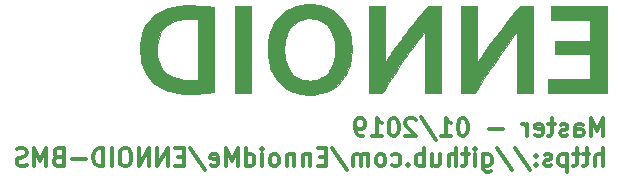
<source format=gbr>
G04 #@! TF.GenerationSoftware,KiCad,Pcbnew,5.1.0-rc2-unknown-d2d2101~82~ubuntu18.10.1*
G04 #@! TF.CreationDate,2019-03-14T10:39:23-04:00*
G04 #@! TF.ProjectId,BMS-Master,424d532d-4d61-4737-9465-722e6b696361,V0.2*
G04 #@! TF.SameCoordinates,Original*
G04 #@! TF.FileFunction,Legend,Bot*
G04 #@! TF.FilePolarity,Positive*
%FSLAX46Y46*%
G04 Gerber Fmt 4.6, Leading zero omitted, Abs format (unit mm)*
G04 Created by KiCad (PCBNEW 5.1.0-rc2-unknown-d2d2101~82~ubuntu18.10.1) date 2019-03-14 10:39:23*
%MOMM*%
%LPD*%
G04 APERTURE LIST*
%ADD10C,0.300000*%
%ADD11C,0.010000*%
G04 APERTURE END LIST*
D10*
X79347857Y-50003571D02*
X79347857Y-48503571D01*
X78847857Y-49575000D01*
X78347857Y-48503571D01*
X78347857Y-50003571D01*
X76990714Y-50003571D02*
X76990714Y-49217857D01*
X77062142Y-49075000D01*
X77205000Y-49003571D01*
X77490714Y-49003571D01*
X77633571Y-49075000D01*
X76990714Y-49932142D02*
X77133571Y-50003571D01*
X77490714Y-50003571D01*
X77633571Y-49932142D01*
X77705000Y-49789285D01*
X77705000Y-49646428D01*
X77633571Y-49503571D01*
X77490714Y-49432142D01*
X77133571Y-49432142D01*
X76990714Y-49360714D01*
X76347857Y-49932142D02*
X76205000Y-50003571D01*
X75919285Y-50003571D01*
X75776428Y-49932142D01*
X75705000Y-49789285D01*
X75705000Y-49717857D01*
X75776428Y-49575000D01*
X75919285Y-49503571D01*
X76133571Y-49503571D01*
X76276428Y-49432142D01*
X76347857Y-49289285D01*
X76347857Y-49217857D01*
X76276428Y-49075000D01*
X76133571Y-49003571D01*
X75919285Y-49003571D01*
X75776428Y-49075000D01*
X75276428Y-49003571D02*
X74705000Y-49003571D01*
X75062142Y-48503571D02*
X75062142Y-49789285D01*
X74990714Y-49932142D01*
X74847857Y-50003571D01*
X74705000Y-50003571D01*
X73633571Y-49932142D02*
X73776428Y-50003571D01*
X74062142Y-50003571D01*
X74205000Y-49932142D01*
X74276428Y-49789285D01*
X74276428Y-49217857D01*
X74205000Y-49075000D01*
X74062142Y-49003571D01*
X73776428Y-49003571D01*
X73633571Y-49075000D01*
X73562142Y-49217857D01*
X73562142Y-49360714D01*
X74276428Y-49503571D01*
X72919285Y-50003571D02*
X72919285Y-49003571D01*
X72919285Y-49289285D02*
X72847857Y-49146428D01*
X72776428Y-49075000D01*
X72633571Y-49003571D01*
X72490714Y-49003571D01*
X70847857Y-49432142D02*
X69705000Y-49432142D01*
X67562142Y-48503571D02*
X67419285Y-48503571D01*
X67276428Y-48575000D01*
X67205000Y-48646428D01*
X67133571Y-48789285D01*
X67062142Y-49075000D01*
X67062142Y-49432142D01*
X67133571Y-49717857D01*
X67205000Y-49860714D01*
X67276428Y-49932142D01*
X67419285Y-50003571D01*
X67562142Y-50003571D01*
X67705000Y-49932142D01*
X67776428Y-49860714D01*
X67847857Y-49717857D01*
X67919285Y-49432142D01*
X67919285Y-49075000D01*
X67847857Y-48789285D01*
X67776428Y-48646428D01*
X67705000Y-48575000D01*
X67562142Y-48503571D01*
X65633571Y-50003571D02*
X66490714Y-50003571D01*
X66062142Y-50003571D02*
X66062142Y-48503571D01*
X66205000Y-48717857D01*
X66347857Y-48860714D01*
X66490714Y-48932142D01*
X63919285Y-48432142D02*
X65205000Y-50360714D01*
X63490714Y-48646428D02*
X63419285Y-48575000D01*
X63276428Y-48503571D01*
X62919285Y-48503571D01*
X62776428Y-48575000D01*
X62705000Y-48646428D01*
X62633571Y-48789285D01*
X62633571Y-48932142D01*
X62705000Y-49146428D01*
X63562142Y-50003571D01*
X62633571Y-50003571D01*
X61705000Y-48503571D02*
X61562142Y-48503571D01*
X61419285Y-48575000D01*
X61347857Y-48646428D01*
X61276428Y-48789285D01*
X61205000Y-49075000D01*
X61205000Y-49432142D01*
X61276428Y-49717857D01*
X61347857Y-49860714D01*
X61419285Y-49932142D01*
X61562142Y-50003571D01*
X61705000Y-50003571D01*
X61847857Y-49932142D01*
X61919285Y-49860714D01*
X61990714Y-49717857D01*
X62062142Y-49432142D01*
X62062142Y-49075000D01*
X61990714Y-48789285D01*
X61919285Y-48646428D01*
X61847857Y-48575000D01*
X61705000Y-48503571D01*
X59776428Y-50003571D02*
X60633571Y-50003571D01*
X60205000Y-50003571D02*
X60205000Y-48503571D01*
X60347857Y-48717857D01*
X60490714Y-48860714D01*
X60633571Y-48932142D01*
X59062142Y-50003571D02*
X58776428Y-50003571D01*
X58633571Y-49932142D01*
X58562142Y-49860714D01*
X58419285Y-49646428D01*
X58347857Y-49360714D01*
X58347857Y-48789285D01*
X58419285Y-48646428D01*
X58490714Y-48575000D01*
X58633571Y-48503571D01*
X58919285Y-48503571D01*
X59062142Y-48575000D01*
X59133571Y-48646428D01*
X59205000Y-48789285D01*
X59205000Y-49146428D01*
X59133571Y-49289285D01*
X59062142Y-49360714D01*
X58919285Y-49432142D01*
X58633571Y-49432142D01*
X58490714Y-49360714D01*
X58419285Y-49289285D01*
X58347857Y-49146428D01*
X79347857Y-52553571D02*
X79347857Y-51053571D01*
X78705000Y-52553571D02*
X78705000Y-51767857D01*
X78776428Y-51625000D01*
X78919285Y-51553571D01*
X79133571Y-51553571D01*
X79276428Y-51625000D01*
X79347857Y-51696428D01*
X78205000Y-51553571D02*
X77633571Y-51553571D01*
X77990714Y-51053571D02*
X77990714Y-52339285D01*
X77919285Y-52482142D01*
X77776428Y-52553571D01*
X77633571Y-52553571D01*
X77347857Y-51553571D02*
X76776428Y-51553571D01*
X77133571Y-51053571D02*
X77133571Y-52339285D01*
X77062142Y-52482142D01*
X76919285Y-52553571D01*
X76776428Y-52553571D01*
X76276428Y-51553571D02*
X76276428Y-53053571D01*
X76276428Y-51625000D02*
X76133571Y-51553571D01*
X75847857Y-51553571D01*
X75705000Y-51625000D01*
X75633571Y-51696428D01*
X75562142Y-51839285D01*
X75562142Y-52267857D01*
X75633571Y-52410714D01*
X75705000Y-52482142D01*
X75847857Y-52553571D01*
X76133571Y-52553571D01*
X76276428Y-52482142D01*
X74990714Y-52482142D02*
X74847857Y-52553571D01*
X74562142Y-52553571D01*
X74419285Y-52482142D01*
X74347857Y-52339285D01*
X74347857Y-52267857D01*
X74419285Y-52125000D01*
X74562142Y-52053571D01*
X74776428Y-52053571D01*
X74919285Y-51982142D01*
X74990714Y-51839285D01*
X74990714Y-51767857D01*
X74919285Y-51625000D01*
X74776428Y-51553571D01*
X74562142Y-51553571D01*
X74419285Y-51625000D01*
X73705000Y-52410714D02*
X73633571Y-52482142D01*
X73705000Y-52553571D01*
X73776428Y-52482142D01*
X73705000Y-52410714D01*
X73705000Y-52553571D01*
X73705000Y-51625000D02*
X73633571Y-51696428D01*
X73705000Y-51767857D01*
X73776428Y-51696428D01*
X73705000Y-51625000D01*
X73705000Y-51767857D01*
X71919285Y-50982142D02*
X73205000Y-52910714D01*
X70347857Y-50982142D02*
X71633571Y-52910714D01*
X69204999Y-51553571D02*
X69204999Y-52767857D01*
X69276428Y-52910714D01*
X69347857Y-52982142D01*
X69490714Y-53053571D01*
X69704999Y-53053571D01*
X69847857Y-52982142D01*
X69204999Y-52482142D02*
X69347857Y-52553571D01*
X69633571Y-52553571D01*
X69776428Y-52482142D01*
X69847857Y-52410714D01*
X69919285Y-52267857D01*
X69919285Y-51839285D01*
X69847857Y-51696428D01*
X69776428Y-51625000D01*
X69633571Y-51553571D01*
X69347857Y-51553571D01*
X69204999Y-51625000D01*
X68490714Y-52553571D02*
X68490714Y-51553571D01*
X68490714Y-51053571D02*
X68562142Y-51125000D01*
X68490714Y-51196428D01*
X68419285Y-51125000D01*
X68490714Y-51053571D01*
X68490714Y-51196428D01*
X67990714Y-51553571D02*
X67419285Y-51553571D01*
X67776428Y-51053571D02*
X67776428Y-52339285D01*
X67704999Y-52482142D01*
X67562142Y-52553571D01*
X67419285Y-52553571D01*
X66919285Y-52553571D02*
X66919285Y-51053571D01*
X66276428Y-52553571D02*
X66276428Y-51767857D01*
X66347857Y-51625000D01*
X66490714Y-51553571D01*
X66704999Y-51553571D01*
X66847857Y-51625000D01*
X66919285Y-51696428D01*
X64919285Y-51553571D02*
X64919285Y-52553571D01*
X65562142Y-51553571D02*
X65562142Y-52339285D01*
X65490714Y-52482142D01*
X65347857Y-52553571D01*
X65133571Y-52553571D01*
X64990714Y-52482142D01*
X64919285Y-52410714D01*
X64204999Y-52553571D02*
X64204999Y-51053571D01*
X64204999Y-51625000D02*
X64062142Y-51553571D01*
X63776428Y-51553571D01*
X63633571Y-51625000D01*
X63562142Y-51696428D01*
X63490714Y-51839285D01*
X63490714Y-52267857D01*
X63562142Y-52410714D01*
X63633571Y-52482142D01*
X63776428Y-52553571D01*
X64062142Y-52553571D01*
X64204999Y-52482142D01*
X62847857Y-52410714D02*
X62776428Y-52482142D01*
X62847857Y-52553571D01*
X62919285Y-52482142D01*
X62847857Y-52410714D01*
X62847857Y-52553571D01*
X61490714Y-52482142D02*
X61633571Y-52553571D01*
X61919285Y-52553571D01*
X62062142Y-52482142D01*
X62133571Y-52410714D01*
X62204999Y-52267857D01*
X62204999Y-51839285D01*
X62133571Y-51696428D01*
X62062142Y-51625000D01*
X61919285Y-51553571D01*
X61633571Y-51553571D01*
X61490714Y-51625000D01*
X60633571Y-52553571D02*
X60776428Y-52482142D01*
X60847857Y-52410714D01*
X60919285Y-52267857D01*
X60919285Y-51839285D01*
X60847857Y-51696428D01*
X60776428Y-51625000D01*
X60633571Y-51553571D01*
X60419285Y-51553571D01*
X60276428Y-51625000D01*
X60204999Y-51696428D01*
X60133571Y-51839285D01*
X60133571Y-52267857D01*
X60204999Y-52410714D01*
X60276428Y-52482142D01*
X60419285Y-52553571D01*
X60633571Y-52553571D01*
X59490714Y-52553571D02*
X59490714Y-51553571D01*
X59490714Y-51696428D02*
X59419285Y-51625000D01*
X59276428Y-51553571D01*
X59062142Y-51553571D01*
X58919285Y-51625000D01*
X58847857Y-51767857D01*
X58847857Y-52553571D01*
X58847857Y-51767857D02*
X58776428Y-51625000D01*
X58633571Y-51553571D01*
X58419285Y-51553571D01*
X58276428Y-51625000D01*
X58204999Y-51767857D01*
X58204999Y-52553571D01*
X56419285Y-50982142D02*
X57704999Y-52910714D01*
X55919285Y-51767857D02*
X55419285Y-51767857D01*
X55204999Y-52553571D02*
X55919285Y-52553571D01*
X55919285Y-51053571D01*
X55204999Y-51053571D01*
X54562142Y-51553571D02*
X54562142Y-52553571D01*
X54562142Y-51696428D02*
X54490714Y-51625000D01*
X54347857Y-51553571D01*
X54133571Y-51553571D01*
X53990714Y-51625000D01*
X53919285Y-51767857D01*
X53919285Y-52553571D01*
X53204999Y-51553571D02*
X53204999Y-52553571D01*
X53204999Y-51696428D02*
X53133571Y-51625000D01*
X52990714Y-51553571D01*
X52776428Y-51553571D01*
X52633571Y-51625000D01*
X52562142Y-51767857D01*
X52562142Y-52553571D01*
X51633571Y-52553571D02*
X51776428Y-52482142D01*
X51847857Y-52410714D01*
X51919285Y-52267857D01*
X51919285Y-51839285D01*
X51847857Y-51696428D01*
X51776428Y-51625000D01*
X51633571Y-51553571D01*
X51419285Y-51553571D01*
X51276428Y-51625000D01*
X51204999Y-51696428D01*
X51133571Y-51839285D01*
X51133571Y-52267857D01*
X51204999Y-52410714D01*
X51276428Y-52482142D01*
X51419285Y-52553571D01*
X51633571Y-52553571D01*
X50490714Y-52553571D02*
X50490714Y-51553571D01*
X50490714Y-51053571D02*
X50562142Y-51125000D01*
X50490714Y-51196428D01*
X50419285Y-51125000D01*
X50490714Y-51053571D01*
X50490714Y-51196428D01*
X49133571Y-52553571D02*
X49133571Y-51053571D01*
X49133571Y-52482142D02*
X49276428Y-52553571D01*
X49562142Y-52553571D01*
X49704999Y-52482142D01*
X49776428Y-52410714D01*
X49847857Y-52267857D01*
X49847857Y-51839285D01*
X49776428Y-51696428D01*
X49704999Y-51625000D01*
X49562142Y-51553571D01*
X49276428Y-51553571D01*
X49133571Y-51625000D01*
X48419285Y-52553571D02*
X48419285Y-51053571D01*
X47919285Y-52125000D01*
X47419285Y-51053571D01*
X47419285Y-52553571D01*
X46133571Y-52482142D02*
X46276428Y-52553571D01*
X46562142Y-52553571D01*
X46704999Y-52482142D01*
X46776428Y-52339285D01*
X46776428Y-51767857D01*
X46704999Y-51625000D01*
X46562142Y-51553571D01*
X46276428Y-51553571D01*
X46133571Y-51625000D01*
X46062142Y-51767857D01*
X46062142Y-51910714D01*
X46776428Y-52053571D01*
X44347857Y-50982142D02*
X45633571Y-52910714D01*
X43847857Y-51767857D02*
X43347857Y-51767857D01*
X43133571Y-52553571D02*
X43847857Y-52553571D01*
X43847857Y-51053571D01*
X43133571Y-51053571D01*
X42490714Y-52553571D02*
X42490714Y-51053571D01*
X41633571Y-52553571D01*
X41633571Y-51053571D01*
X40919285Y-52553571D02*
X40919285Y-51053571D01*
X40062142Y-52553571D01*
X40062142Y-51053571D01*
X39062142Y-51053571D02*
X38776428Y-51053571D01*
X38633571Y-51125000D01*
X38490714Y-51267857D01*
X38419285Y-51553571D01*
X38419285Y-52053571D01*
X38490714Y-52339285D01*
X38633571Y-52482142D01*
X38776428Y-52553571D01*
X39062142Y-52553571D01*
X39204999Y-52482142D01*
X39347857Y-52339285D01*
X39419285Y-52053571D01*
X39419285Y-51553571D01*
X39347857Y-51267857D01*
X39204999Y-51125000D01*
X39062142Y-51053571D01*
X37776428Y-52553571D02*
X37776428Y-51053571D01*
X37062142Y-52553571D02*
X37062142Y-51053571D01*
X36704999Y-51053571D01*
X36490714Y-51125000D01*
X36347857Y-51267857D01*
X36276428Y-51410714D01*
X36204999Y-51696428D01*
X36204999Y-51910714D01*
X36276428Y-52196428D01*
X36347857Y-52339285D01*
X36490714Y-52482142D01*
X36704999Y-52553571D01*
X37062142Y-52553571D01*
X35562142Y-51982142D02*
X34419285Y-51982142D01*
X33204999Y-51767857D02*
X32990714Y-51839285D01*
X32919285Y-51910714D01*
X32847857Y-52053571D01*
X32847857Y-52267857D01*
X32919285Y-52410714D01*
X32990714Y-52482142D01*
X33133571Y-52553571D01*
X33704999Y-52553571D01*
X33704999Y-51053571D01*
X33204999Y-51053571D01*
X33062142Y-51125000D01*
X32990714Y-51196428D01*
X32919285Y-51339285D01*
X32919285Y-51482142D01*
X32990714Y-51625000D01*
X33062142Y-51696428D01*
X33204999Y-51767857D01*
X33704999Y-51767857D01*
X32204999Y-52553571D02*
X32204999Y-51053571D01*
X31704999Y-52125000D01*
X31204999Y-51053571D01*
X31204999Y-52553571D01*
X30562142Y-52482142D02*
X30347857Y-52553571D01*
X29990714Y-52553571D01*
X29847857Y-52482142D01*
X29776428Y-52410714D01*
X29704999Y-52267857D01*
X29704999Y-52125000D01*
X29776428Y-51982142D01*
X29847857Y-51910714D01*
X29990714Y-51839285D01*
X30276428Y-51767857D01*
X30419285Y-51696428D01*
X30490714Y-51625000D01*
X30562142Y-51482142D01*
X30562142Y-51339285D01*
X30490714Y-51196428D01*
X30419285Y-51125000D01*
X30276428Y-51053571D01*
X29919285Y-51053571D01*
X29704999Y-51125000D01*
D11*
G36*
X48164724Y-46360250D02*
G01*
X49512695Y-46360250D01*
X49512695Y-39012487D01*
X48164724Y-39012487D01*
X48164724Y-46360250D01*
X48164724Y-46360250D01*
G37*
X48164724Y-46360250D02*
X49512695Y-46360250D01*
X49512695Y-39012487D01*
X48164724Y-39012487D01*
X48164724Y-46360250D01*
G36*
X64295727Y-39243757D02*
G01*
X64076629Y-39491875D01*
X63843506Y-39767007D01*
X63593749Y-40072411D01*
X63324754Y-40411346D01*
X63033913Y-40787068D01*
X62718620Y-41202837D01*
X62573500Y-41396586D01*
X62448160Y-41565994D01*
X62308227Y-41757727D01*
X62157712Y-41966079D01*
X62000621Y-42185349D01*
X61840966Y-42409831D01*
X61682754Y-42633824D01*
X61529994Y-42851622D01*
X61386696Y-43057523D01*
X61256868Y-43245822D01*
X61144519Y-43410817D01*
X61053659Y-43546804D01*
X60988295Y-43648079D01*
X60970001Y-43677903D01*
X60891155Y-43809678D01*
X60884407Y-41411083D01*
X60877660Y-39012487D01*
X59529968Y-39012487D01*
X59529968Y-46360250D01*
X60680762Y-46360250D01*
X60797420Y-46168627D01*
X60978810Y-45874217D01*
X61184148Y-45547089D01*
X61406714Y-45197579D01*
X61639788Y-44836025D01*
X61876651Y-44472765D01*
X62110581Y-44118136D01*
X62334859Y-43782475D01*
X62542766Y-43476120D01*
X62631571Y-43347139D01*
X62737378Y-43196464D01*
X62865060Y-43018178D01*
X63009342Y-42819359D01*
X63164947Y-42607087D01*
X63326602Y-42388439D01*
X63489030Y-42170495D01*
X63646957Y-41960335D01*
X63795107Y-41765037D01*
X63928205Y-41591679D01*
X64040975Y-41447342D01*
X64126314Y-41341318D01*
X64287513Y-41146007D01*
X64287513Y-46360250D01*
X65635483Y-46360250D01*
X65635483Y-39012487D01*
X64504679Y-39012487D01*
X64295727Y-39243757D01*
X64295727Y-39243757D01*
G37*
X64295727Y-39243757D02*
X64076629Y-39491875D01*
X63843506Y-39767007D01*
X63593749Y-40072411D01*
X63324754Y-40411346D01*
X63033913Y-40787068D01*
X62718620Y-41202837D01*
X62573500Y-41396586D01*
X62448160Y-41565994D01*
X62308227Y-41757727D01*
X62157712Y-41966079D01*
X62000621Y-42185349D01*
X61840966Y-42409831D01*
X61682754Y-42633824D01*
X61529994Y-42851622D01*
X61386696Y-43057523D01*
X61256868Y-43245822D01*
X61144519Y-43410817D01*
X61053659Y-43546804D01*
X60988295Y-43648079D01*
X60970001Y-43677903D01*
X60891155Y-43809678D01*
X60884407Y-41411083D01*
X60877660Y-39012487D01*
X59529968Y-39012487D01*
X59529968Y-46360250D01*
X60680762Y-46360250D01*
X60797420Y-46168627D01*
X60978810Y-45874217D01*
X61184148Y-45547089D01*
X61406714Y-45197579D01*
X61639788Y-44836025D01*
X61876651Y-44472765D01*
X62110581Y-44118136D01*
X62334859Y-43782475D01*
X62542766Y-43476120D01*
X62631571Y-43347139D01*
X62737378Y-43196464D01*
X62865060Y-43018178D01*
X63009342Y-42819359D01*
X63164947Y-42607087D01*
X63326602Y-42388439D01*
X63489030Y-42170495D01*
X63646957Y-41960335D01*
X63795107Y-41765037D01*
X63928205Y-41591679D01*
X64040975Y-41447342D01*
X64126314Y-41341318D01*
X64287513Y-41146007D01*
X64287513Y-46360250D01*
X65635483Y-46360250D01*
X65635483Y-39012487D01*
X64504679Y-39012487D01*
X64295727Y-39243757D01*
G36*
X72025581Y-39362695D02*
G01*
X71739541Y-39696309D01*
X71431926Y-40070216D01*
X71107089Y-40478642D01*
X70769383Y-40915813D01*
X70423160Y-41375956D01*
X70072775Y-41853298D01*
X69722579Y-42342064D01*
X69376926Y-42836482D01*
X69092710Y-43252769D01*
X68701456Y-43832385D01*
X68701456Y-39012487D01*
X67353486Y-39012487D01*
X67353486Y-46360250D01*
X68517742Y-46360250D01*
X68589776Y-46239003D01*
X68662488Y-46118907D01*
X68759678Y-45961833D01*
X68876758Y-45774957D01*
X69009143Y-45565454D01*
X69152244Y-45340501D01*
X69301476Y-45107275D01*
X69452252Y-44872950D01*
X69599984Y-44644704D01*
X69740086Y-44429711D01*
X69867971Y-44235149D01*
X69939601Y-44127196D01*
X70339813Y-43536100D01*
X70736269Y-42968931D01*
X71124551Y-42431797D01*
X71500246Y-41930810D01*
X71857340Y-41474070D01*
X72097814Y-41173633D01*
X72104552Y-43766942D01*
X72111289Y-46360250D01*
X73459001Y-46360250D01*
X73459001Y-39012487D01*
X72333364Y-39012487D01*
X72025581Y-39362695D01*
X72025581Y-39362695D01*
G37*
X72025581Y-39362695D02*
X71739541Y-39696309D01*
X71431926Y-40070216D01*
X71107089Y-40478642D01*
X70769383Y-40915813D01*
X70423160Y-41375956D01*
X70072775Y-41853298D01*
X69722579Y-42342064D01*
X69376926Y-42836482D01*
X69092710Y-43252769D01*
X68701456Y-43832385D01*
X68701456Y-39012487D01*
X67353486Y-39012487D01*
X67353486Y-46360250D01*
X68517742Y-46360250D01*
X68589776Y-46239003D01*
X68662488Y-46118907D01*
X68759678Y-45961833D01*
X68876758Y-45774957D01*
X69009143Y-45565454D01*
X69152244Y-45340501D01*
X69301476Y-45107275D01*
X69452252Y-44872950D01*
X69599984Y-44644704D01*
X69740086Y-44429711D01*
X69867971Y-44235149D01*
X69939601Y-44127196D01*
X70339813Y-43536100D01*
X70736269Y-42968931D01*
X71124551Y-42431797D01*
X71500246Y-41930810D01*
X71857340Y-41474070D01*
X72097814Y-41173633D01*
X72104552Y-43766942D01*
X72111289Y-46360250D01*
X73459001Y-46360250D01*
X73459001Y-39012487D01*
X72333364Y-39012487D01*
X72025581Y-39362695D01*
G36*
X74912695Y-40175443D02*
G01*
X78295837Y-40175443D01*
X78295837Y-41946306D01*
X75282726Y-41946306D01*
X75282726Y-43082831D01*
X78295837Y-43082831D01*
X78295837Y-45197295D01*
X74674817Y-45197295D01*
X74674817Y-46360250D01*
X79670239Y-46360250D01*
X79670239Y-39012487D01*
X74912695Y-39012487D01*
X74912695Y-40175443D01*
X74912695Y-40175443D01*
G37*
X74912695Y-40175443D02*
X78295837Y-40175443D01*
X78295837Y-41946306D01*
X75282726Y-41946306D01*
X75282726Y-43082831D01*
X78295837Y-43082831D01*
X78295837Y-45197295D01*
X74674817Y-45197295D01*
X74674817Y-46360250D01*
X79670239Y-46360250D01*
X79670239Y-39012487D01*
X74912695Y-39012487D01*
X74912695Y-40175443D01*
G36*
X44121357Y-38947397D02*
G01*
X43861424Y-38955122D01*
X43628997Y-38969084D01*
X43432104Y-38989589D01*
X43398794Y-38994337D01*
X42949686Y-39076317D01*
X42544252Y-39181796D01*
X42177796Y-39312944D01*
X41845622Y-39471935D01*
X41543035Y-39660942D01*
X41265337Y-39882137D01*
X41068641Y-40072485D01*
X40821696Y-40366569D01*
X40615450Y-40689892D01*
X40449282Y-41044034D01*
X40322569Y-41430576D01*
X40234689Y-41851098D01*
X40185021Y-42307181D01*
X40184208Y-42319950D01*
X40173317Y-42820754D01*
X40204867Y-43292778D01*
X40278488Y-43735273D01*
X40393808Y-44147488D01*
X40550458Y-44528674D01*
X40748066Y-44878082D01*
X40986261Y-45194961D01*
X41264674Y-45478563D01*
X41582932Y-45728137D01*
X41940666Y-45942934D01*
X41988100Y-45967281D01*
X42306769Y-46111032D01*
X42639764Y-46226856D01*
X42993371Y-46315952D01*
X43373878Y-46379521D01*
X43787574Y-46418765D01*
X44240744Y-46434884D01*
X44437819Y-46435099D01*
X44612989Y-46433380D01*
X44776520Y-46431125D01*
X44918772Y-46428518D01*
X45030103Y-46425742D01*
X45100872Y-46422981D01*
X45111966Y-46422247D01*
X45439298Y-46394359D01*
X45724684Y-46366177D01*
X45965787Y-46337990D01*
X46160267Y-46310090D01*
X46305784Y-46282769D01*
X46374037Y-46265143D01*
X46380610Y-46261089D01*
X46386531Y-46251414D01*
X46391834Y-46233493D01*
X46396553Y-46204699D01*
X46400721Y-46162408D01*
X46404373Y-46103994D01*
X46407542Y-46026832D01*
X46410263Y-45928295D01*
X46412569Y-45805760D01*
X46414495Y-45656600D01*
X46416073Y-45478190D01*
X46417339Y-45267905D01*
X46418326Y-45023119D01*
X46419068Y-44741206D01*
X46419599Y-44419542D01*
X46419953Y-44055500D01*
X46420163Y-43646456D01*
X46420265Y-43189784D01*
X46420291Y-42686369D01*
X46420264Y-42179786D01*
X46420163Y-41723439D01*
X46419951Y-41314704D01*
X46419596Y-40950955D01*
X46419064Y-40629566D01*
X46418321Y-40347914D01*
X46417543Y-40155177D01*
X45045889Y-40155177D01*
X45045889Y-45250156D01*
X44457804Y-45250001D01*
X44193563Y-45247467D01*
X43962074Y-45240213D01*
X43769901Y-45228536D01*
X43623610Y-45212733D01*
X43618516Y-45211976D01*
X43248529Y-45134701D01*
X42915795Y-45020003D01*
X42620257Y-44867819D01*
X42361858Y-44678084D01*
X42140542Y-44450732D01*
X41956254Y-44185700D01*
X41808937Y-43882923D01*
X41698535Y-43542335D01*
X41624992Y-43163873D01*
X41595989Y-42884600D01*
X41590486Y-42593150D01*
X41612202Y-42288597D01*
X41658688Y-41984847D01*
X41727494Y-41695807D01*
X41816169Y-41435386D01*
X41874028Y-41306361D01*
X42038686Y-41028068D01*
X42236867Y-40788172D01*
X42469828Y-40585858D01*
X42738829Y-40420307D01*
X43045129Y-40290702D01*
X43389984Y-40196226D01*
X43653577Y-40150750D01*
X43739417Y-40142591D01*
X43861549Y-40135735D01*
X44010265Y-40130265D01*
X44175858Y-40126266D01*
X44348621Y-40123820D01*
X44518846Y-40123013D01*
X44676827Y-40123927D01*
X44812855Y-40126647D01*
X44917223Y-40131257D01*
X44980224Y-40137840D01*
X44986420Y-40139240D01*
X45045889Y-40155177D01*
X46417543Y-40155177D01*
X46417333Y-40103372D01*
X46416065Y-39893315D01*
X46414485Y-39715119D01*
X46412557Y-39566157D01*
X46410249Y-39443806D01*
X46407525Y-39345439D01*
X46404353Y-39268432D01*
X46400699Y-39210159D01*
X46396527Y-39167995D01*
X46391806Y-39139316D01*
X46386499Y-39121495D01*
X46380574Y-39111908D01*
X46374037Y-39107941D01*
X46227775Y-39073330D01*
X46036773Y-39042197D01*
X45809060Y-39014849D01*
X45552662Y-38991591D01*
X45275606Y-38972731D01*
X44985921Y-38958575D01*
X44691633Y-38949430D01*
X44400769Y-38945601D01*
X44121357Y-38947397D01*
X44121357Y-38947397D01*
G37*
X44121357Y-38947397D02*
X43861424Y-38955122D01*
X43628997Y-38969084D01*
X43432104Y-38989589D01*
X43398794Y-38994337D01*
X42949686Y-39076317D01*
X42544252Y-39181796D01*
X42177796Y-39312944D01*
X41845622Y-39471935D01*
X41543035Y-39660942D01*
X41265337Y-39882137D01*
X41068641Y-40072485D01*
X40821696Y-40366569D01*
X40615450Y-40689892D01*
X40449282Y-41044034D01*
X40322569Y-41430576D01*
X40234689Y-41851098D01*
X40185021Y-42307181D01*
X40184208Y-42319950D01*
X40173317Y-42820754D01*
X40204867Y-43292778D01*
X40278488Y-43735273D01*
X40393808Y-44147488D01*
X40550458Y-44528674D01*
X40748066Y-44878082D01*
X40986261Y-45194961D01*
X41264674Y-45478563D01*
X41582932Y-45728137D01*
X41940666Y-45942934D01*
X41988100Y-45967281D01*
X42306769Y-46111032D01*
X42639764Y-46226856D01*
X42993371Y-46315952D01*
X43373878Y-46379521D01*
X43787574Y-46418765D01*
X44240744Y-46434884D01*
X44437819Y-46435099D01*
X44612989Y-46433380D01*
X44776520Y-46431125D01*
X44918772Y-46428518D01*
X45030103Y-46425742D01*
X45100872Y-46422981D01*
X45111966Y-46422247D01*
X45439298Y-46394359D01*
X45724684Y-46366177D01*
X45965787Y-46337990D01*
X46160267Y-46310090D01*
X46305784Y-46282769D01*
X46374037Y-46265143D01*
X46380610Y-46261089D01*
X46386531Y-46251414D01*
X46391834Y-46233493D01*
X46396553Y-46204699D01*
X46400721Y-46162408D01*
X46404373Y-46103994D01*
X46407542Y-46026832D01*
X46410263Y-45928295D01*
X46412569Y-45805760D01*
X46414495Y-45656600D01*
X46416073Y-45478190D01*
X46417339Y-45267905D01*
X46418326Y-45023119D01*
X46419068Y-44741206D01*
X46419599Y-44419542D01*
X46419953Y-44055500D01*
X46420163Y-43646456D01*
X46420265Y-43189784D01*
X46420291Y-42686369D01*
X46420264Y-42179786D01*
X46420163Y-41723439D01*
X46419951Y-41314704D01*
X46419596Y-40950955D01*
X46419064Y-40629566D01*
X46418321Y-40347914D01*
X46417543Y-40155177D01*
X45045889Y-40155177D01*
X45045889Y-45250156D01*
X44457804Y-45250001D01*
X44193563Y-45247467D01*
X43962074Y-45240213D01*
X43769901Y-45228536D01*
X43623610Y-45212733D01*
X43618516Y-45211976D01*
X43248529Y-45134701D01*
X42915795Y-45020003D01*
X42620257Y-44867819D01*
X42361858Y-44678084D01*
X42140542Y-44450732D01*
X41956254Y-44185700D01*
X41808937Y-43882923D01*
X41698535Y-43542335D01*
X41624992Y-43163873D01*
X41595989Y-42884600D01*
X41590486Y-42593150D01*
X41612202Y-42288597D01*
X41658688Y-41984847D01*
X41727494Y-41695807D01*
X41816169Y-41435386D01*
X41874028Y-41306361D01*
X42038686Y-41028068D01*
X42236867Y-40788172D01*
X42469828Y-40585858D01*
X42738829Y-40420307D01*
X43045129Y-40290702D01*
X43389984Y-40196226D01*
X43653577Y-40150750D01*
X43739417Y-40142591D01*
X43861549Y-40135735D01*
X44010265Y-40130265D01*
X44175858Y-40126266D01*
X44348621Y-40123820D01*
X44518846Y-40123013D01*
X44676827Y-40123927D01*
X44812855Y-40126647D01*
X44917223Y-40131257D01*
X44980224Y-40137840D01*
X44986420Y-40139240D01*
X45045889Y-40155177D01*
X46417543Y-40155177D01*
X46417333Y-40103372D01*
X46416065Y-39893315D01*
X46414485Y-39715119D01*
X46412557Y-39566157D01*
X46410249Y-39443806D01*
X46407525Y-39345439D01*
X46404353Y-39268432D01*
X46400699Y-39210159D01*
X46396527Y-39167995D01*
X46391806Y-39139316D01*
X46386499Y-39121495D01*
X46380574Y-39111908D01*
X46374037Y-39107941D01*
X46227775Y-39073330D01*
X46036773Y-39042197D01*
X45809060Y-39014849D01*
X45552662Y-38991591D01*
X45275606Y-38972731D01*
X44985921Y-38958575D01*
X44691633Y-38949430D01*
X44400769Y-38945601D01*
X44121357Y-38947397D01*
G36*
X54118936Y-38866088D02*
G01*
X53900145Y-38887429D01*
X53687832Y-38923842D01*
X53466853Y-38977025D01*
X53371876Y-39003596D01*
X52994970Y-39139536D01*
X52641507Y-39321450D01*
X52314083Y-39546735D01*
X52015295Y-39812788D01*
X51747738Y-40117005D01*
X51514011Y-40456783D01*
X51316708Y-40829518D01*
X51163235Y-41218145D01*
X51061518Y-41589055D01*
X50992149Y-41989618D01*
X50955064Y-42408717D01*
X50950197Y-42835236D01*
X50977484Y-43258059D01*
X51036860Y-43666067D01*
X51128261Y-44048145D01*
X51180685Y-44211119D01*
X51350301Y-44623264D01*
X51555813Y-44996879D01*
X51796623Y-45331433D01*
X52072130Y-45626389D01*
X52381735Y-45881216D01*
X52724839Y-46095378D01*
X53100842Y-46268342D01*
X53509146Y-46399574D01*
X53683502Y-46440715D01*
X53825487Y-46464006D01*
X54005437Y-46483152D01*
X54209296Y-46497622D01*
X54423006Y-46506883D01*
X54632510Y-46510405D01*
X54823752Y-46507655D01*
X54982676Y-46498103D01*
X55036732Y-46491889D01*
X55479745Y-46407415D01*
X55889832Y-46281655D01*
X56266894Y-46114682D01*
X56610830Y-45906566D01*
X56921542Y-45657378D01*
X57198930Y-45367188D01*
X57442895Y-45036067D01*
X57653337Y-44664086D01*
X57677838Y-44613549D01*
X57801964Y-44331468D01*
X57898917Y-44059188D01*
X57971462Y-43784295D01*
X58022365Y-43494376D01*
X58054392Y-43177016D01*
X58069406Y-42856087D01*
X58069417Y-42845027D01*
X56669006Y-42845027D01*
X56635881Y-43216901D01*
X56568228Y-43576741D01*
X56466774Y-43917409D01*
X56332249Y-44231767D01*
X56165380Y-44512674D01*
X56115019Y-44581669D01*
X55964719Y-44746764D01*
X55775919Y-44904761D01*
X55562925Y-45046086D01*
X55340042Y-45161166D01*
X55137358Y-45235976D01*
X54849018Y-45295780D01*
X54541992Y-45317234D01*
X54234227Y-45300095D01*
X53972053Y-45251632D01*
X53673565Y-45148581D01*
X53398417Y-44999276D01*
X53149775Y-44806325D01*
X52930804Y-44572334D01*
X52744672Y-44299912D01*
X52686308Y-44192924D01*
X52562834Y-43902182D01*
X52469922Y-43577876D01*
X52407716Y-43229681D01*
X52376362Y-42867268D01*
X52376007Y-42500311D01*
X52406796Y-42138481D01*
X52468874Y-41791451D01*
X52562388Y-41468894D01*
X52642293Y-41272173D01*
X52808795Y-40968156D01*
X53007613Y-40704808D01*
X53236669Y-40483490D01*
X53493883Y-40305562D01*
X53777176Y-40172383D01*
X54084467Y-40085314D01*
X54413679Y-40045714D01*
X54521332Y-40043289D01*
X54856692Y-40067806D01*
X55171276Y-40140154D01*
X55462493Y-40258531D01*
X55727751Y-40421131D01*
X55964458Y-40626150D01*
X56170023Y-40871785D01*
X56341854Y-41156232D01*
X56441653Y-41379982D01*
X56553925Y-41728598D01*
X56628756Y-42093737D01*
X56666874Y-42468260D01*
X56669006Y-42845027D01*
X58069417Y-42845027D01*
X58069828Y-42440284D01*
X58046379Y-42063097D01*
X57997189Y-41715072D01*
X57920384Y-41386759D01*
X57814094Y-41068706D01*
X57676446Y-40751460D01*
X57636562Y-40670466D01*
X57442090Y-40338231D01*
X57206433Y-40027574D01*
X56936319Y-39745053D01*
X56638475Y-39497224D01*
X56319627Y-39290646D01*
X56113501Y-39185775D01*
X55865036Y-39080100D01*
X55631962Y-38999079D01*
X55400283Y-38939644D01*
X55156005Y-38898725D01*
X54885133Y-38873252D01*
X54636532Y-38861832D01*
X54359351Y-38858121D01*
X54118936Y-38866088D01*
X54118936Y-38866088D01*
G37*
X54118936Y-38866088D02*
X53900145Y-38887429D01*
X53687832Y-38923842D01*
X53466853Y-38977025D01*
X53371876Y-39003596D01*
X52994970Y-39139536D01*
X52641507Y-39321450D01*
X52314083Y-39546735D01*
X52015295Y-39812788D01*
X51747738Y-40117005D01*
X51514011Y-40456783D01*
X51316708Y-40829518D01*
X51163235Y-41218145D01*
X51061518Y-41589055D01*
X50992149Y-41989618D01*
X50955064Y-42408717D01*
X50950197Y-42835236D01*
X50977484Y-43258059D01*
X51036860Y-43666067D01*
X51128261Y-44048145D01*
X51180685Y-44211119D01*
X51350301Y-44623264D01*
X51555813Y-44996879D01*
X51796623Y-45331433D01*
X52072130Y-45626389D01*
X52381735Y-45881216D01*
X52724839Y-46095378D01*
X53100842Y-46268342D01*
X53509146Y-46399574D01*
X53683502Y-46440715D01*
X53825487Y-46464006D01*
X54005437Y-46483152D01*
X54209296Y-46497622D01*
X54423006Y-46506883D01*
X54632510Y-46510405D01*
X54823752Y-46507655D01*
X54982676Y-46498103D01*
X55036732Y-46491889D01*
X55479745Y-46407415D01*
X55889832Y-46281655D01*
X56266894Y-46114682D01*
X56610830Y-45906566D01*
X56921542Y-45657378D01*
X57198930Y-45367188D01*
X57442895Y-45036067D01*
X57653337Y-44664086D01*
X57677838Y-44613549D01*
X57801964Y-44331468D01*
X57898917Y-44059188D01*
X57971462Y-43784295D01*
X58022365Y-43494376D01*
X58054392Y-43177016D01*
X58069406Y-42856087D01*
X58069417Y-42845027D01*
X56669006Y-42845027D01*
X56635881Y-43216901D01*
X56568228Y-43576741D01*
X56466774Y-43917409D01*
X56332249Y-44231767D01*
X56165380Y-44512674D01*
X56115019Y-44581669D01*
X55964719Y-44746764D01*
X55775919Y-44904761D01*
X55562925Y-45046086D01*
X55340042Y-45161166D01*
X55137358Y-45235976D01*
X54849018Y-45295780D01*
X54541992Y-45317234D01*
X54234227Y-45300095D01*
X53972053Y-45251632D01*
X53673565Y-45148581D01*
X53398417Y-44999276D01*
X53149775Y-44806325D01*
X52930804Y-44572334D01*
X52744672Y-44299912D01*
X52686308Y-44192924D01*
X52562834Y-43902182D01*
X52469922Y-43577876D01*
X52407716Y-43229681D01*
X52376362Y-42867268D01*
X52376007Y-42500311D01*
X52406796Y-42138481D01*
X52468874Y-41791451D01*
X52562388Y-41468894D01*
X52642293Y-41272173D01*
X52808795Y-40968156D01*
X53007613Y-40704808D01*
X53236669Y-40483490D01*
X53493883Y-40305562D01*
X53777176Y-40172383D01*
X54084467Y-40085314D01*
X54413679Y-40045714D01*
X54521332Y-40043289D01*
X54856692Y-40067806D01*
X55171276Y-40140154D01*
X55462493Y-40258531D01*
X55727751Y-40421131D01*
X55964458Y-40626150D01*
X56170023Y-40871785D01*
X56341854Y-41156232D01*
X56441653Y-41379982D01*
X56553925Y-41728598D01*
X56628756Y-42093737D01*
X56666874Y-42468260D01*
X56669006Y-42845027D01*
X58069417Y-42845027D01*
X58069828Y-42440284D01*
X58046379Y-42063097D01*
X57997189Y-41715072D01*
X57920384Y-41386759D01*
X57814094Y-41068706D01*
X57676446Y-40751460D01*
X57636562Y-40670466D01*
X57442090Y-40338231D01*
X57206433Y-40027574D01*
X56936319Y-39745053D01*
X56638475Y-39497224D01*
X56319627Y-39290646D01*
X56113501Y-39185775D01*
X55865036Y-39080100D01*
X55631962Y-38999079D01*
X55400283Y-38939644D01*
X55156005Y-38898725D01*
X54885133Y-38873252D01*
X54636532Y-38861832D01*
X54359351Y-38858121D01*
X54118936Y-38866088D01*
M02*

</source>
